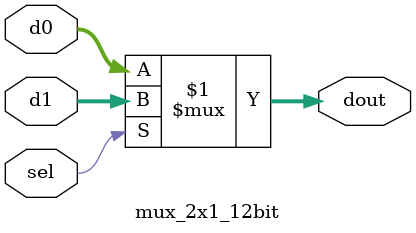
<source format=v>
module mux_2x1_12bit(dout,d0,d1,sel);
	output [11:0] dout;
	input [11:0] d0,d1;
	input sel;
	assign dout = sel ? d1 : d0;
endmodule
</source>
